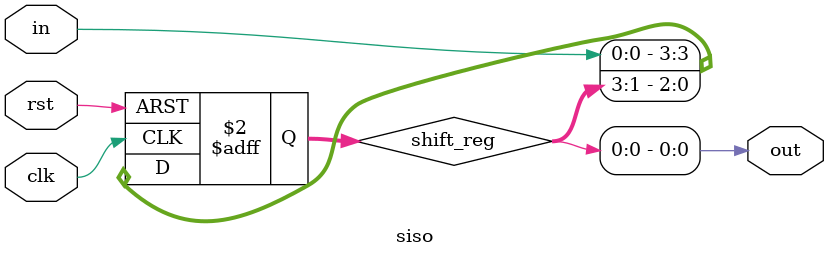
<source format=v>
module siso(
  input clk,input rst,
  input in,output out);
  reg [3:0] shift_reg;
  always@(posedge clk or posedge rst) begin
    if(rst) begin
      shift_reg <= 4'b0000;
    end
    else begin
      shift_reg <= {in,shift_reg[3:1]};
    end
  end
  assign out = shift_reg[0];
endmodule

</source>
